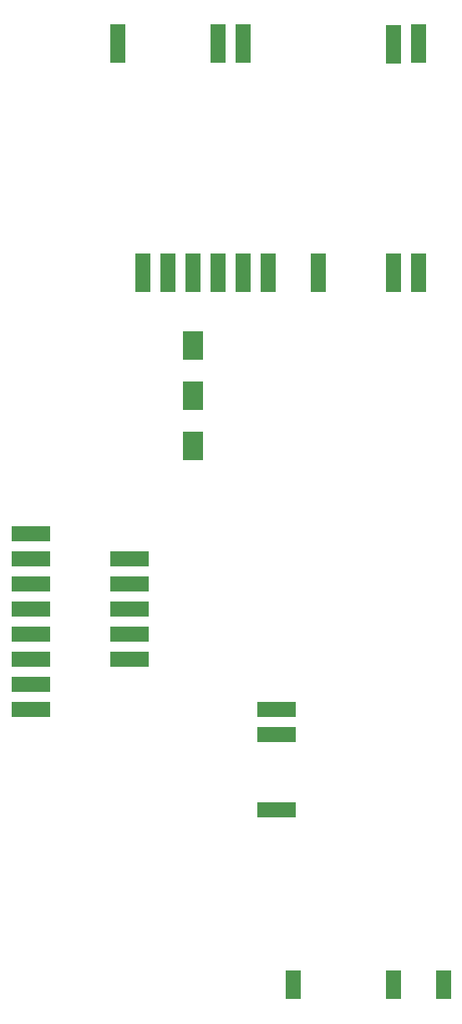
<source format=gtp>
G04 Layer: TopPasteMaskLayer*
G04 EasyEDA v6.5.22, 2022-12-11 22:38:22*
G04 16a389ef0e6e420cbb75d7452a4fa289,4d866ca34c7e4626bfa8f39187415ab3,10*
G04 Gerber Generator version 0.2*
G04 Scale: 100 percent, Rotated: No, Reflected: No *
G04 Dimensions in millimeters *
G04 leading zeros omitted , absolute positions ,4 integer and 5 decimal *
%FSLAX45Y45*%
%MOMM*%

%ADD10R,1.6000X3.0000*%
%ADD11R,4.0000X1.6000*%
%ADD12R,2.0000X3.0000*%
%ADD13R,1.6000X4.0000*%

%LPD*%
D10*
G01*
X2794000Y-5583554D03*
G01*
X2286000Y-5583554D03*
G01*
X1270000Y-5583554D03*
D11*
G01*
X1099997Y-3810000D03*
G01*
X1099997Y-3048000D03*
G01*
X1099997Y-2794000D03*
G01*
X-1388998Y-1019555D03*
G01*
X-1388998Y-1273555D03*
G01*
X-1388998Y-1527555D03*
G01*
X-1388998Y-1781555D03*
G01*
X-1388998Y-2035555D03*
G01*
X-1388998Y-2289555D03*
G01*
X-1388998Y-2543555D03*
G01*
X-1388998Y-2797555D03*
G01*
X-389001Y-1778558D03*
G01*
X-389001Y-2289555D03*
G01*
X-389001Y-2035555D03*
G01*
X-389001Y-1527555D03*
G01*
X-389001Y-1273555D03*
D12*
G01*
X254000Y-130555D03*
G01*
X254000Y377444D03*
G01*
X254000Y885444D03*
D13*
G01*
X2539974Y3940352D03*
G01*
X507974Y3940352D03*
G01*
X-508025Y3940352D03*
G01*
X2539974Y1621942D03*
G01*
X2285974Y1621942D03*
G01*
X1015974Y1621942D03*
G01*
X761974Y1621942D03*
G01*
X507974Y1621942D03*
G01*
X253974Y1621942D03*
G01*
X-25Y1621942D03*
G01*
X-254025Y1621942D03*
G01*
X761974Y3940352D03*
G01*
X1523974Y1621942D03*
G01*
X2285974Y3933342D03*
M02*

</source>
